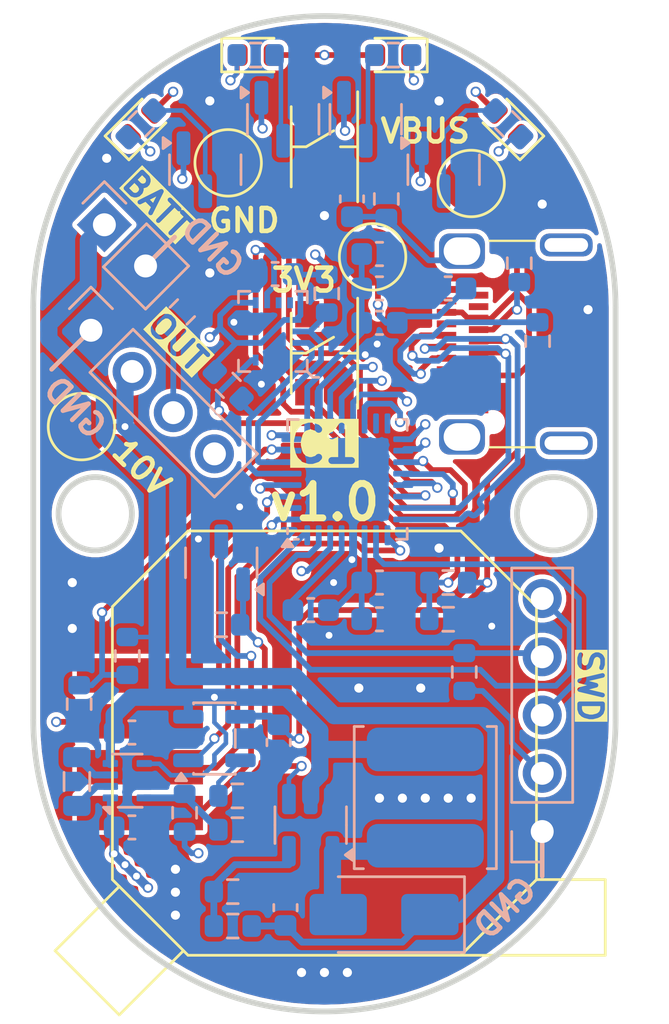
<source format=kicad_pcb>
(kicad_pcb (version 20241229) (generator "pcbnew") (generator_version "9.0")
  (layers (0 "F.Cu" signal) (4 "In1.Cu" signal) (6 "In2.Cu" signal) (2 "B.Cu" signal) (13 "F.Paste" user) (15 "B.Paste" user) (5 "F.SilkS" user "F.Silkscreen") (7 "B.SilkS" user "B.Silkscreen") (1 "F.Mask" user) (3 "B.Mask" user) (25 "Edge.Cuts" user))
  (net 0 "")
  (net 1 "Net-(J1-SHIELD)")
  (net 2 "~{RESET}")
  (net 3 "Net-(U3-VDDCORE)")
  (net 4 "LED1")
  (net 5 "Net-(D1-A)")
  (net 6 "BTN1")
  (net 7 "+3.3V")
  (net 8 "GND")
  (net 9 "+BATT")
  (net 10 "+3.3VA")
  (net 11 "BTN2")
  (net 12 "Net-(D2-K)")
  (net 13 "LED2")
  (net 14 "Net-(D3-K)")
  (net 15 "+10V")
  (net 16 "Net-(D4-K)")
  (net 17 "Net-(D5-K)")
  (net 18 "VBUS")
  (net 19 "Net-(Q2-D)")
  (net 20 "Net-(Q3-D)")
  (net 21 "LED3")
  (net 22 "Net-(Q4-D)")
  (net 23 "LED4")
  (net 24 "Net-(Q5-D)")
  (net 25 "USB_D+")
  (net 26 "USB_D-")
  (net 27 "Rx")
  (net 28 "Tx")
  (net 29 "SWCLK")
  (net 30 "SWDIO")
  (net 31 "Net-(J1-CC2)")
  (net 34 "Net-(J1-CC1)")
  (net 35 "Net-(U3-VSW)")
  (net 36 "Net-(U2-LX2)")
  (net 37 "Net-(U2-LX1)")
  (net 38 "PWREN")
  (net 39 "VBUS_S")
  (net 40 "Net-(U2-FB)")
  (net 41 "Net-(U3-PA06)")
  (net 42 "Net-(U4-FB)")
  (net 43 "SDA")
  (net 44 "SCL")
  (net 45 "AY")
  (net 46 "AX")
  (net 47 "CE")
  (net 48 "IO2")
  (net 51 "IO1")
  (net 55 "Net-(Q1-D)")
  (net 56 "Net-(U1-PROG)")
  (footprint "TestPoint:TestPoint_Pad_D2.5mm" (layer "F.Cu") (at 56.4 35.6)
    (property "Reference" "TP3" (hide yes))
    (property "Value" "TestPoint")
  )
  (footprint "Diode_SMD:D_0603_1608Metric" (layer "F.Cu") (at 53 30 180)
    (property "Reference" "D4" (hide yes))
    (property "Value" "LED")
  )
  (footprint "Diode_SMD:D_0603_1608Metric" (layer "F.Cu") (at 47 30)
    (property "Reference" "D3" (hide yes))
    (property "Value" "LED")
  )
  (footprint "Custom:Switch" (layer "F.Cu") (at 50 34 90)
    (property "Reference" "SW1" (hide yes))
    (property "Value" "SW_Push")
  )
  (footprint "Custom:Switch" (layer "F.Cu") (at 50 43 90)
    (property "Reference" "SW2" (hide yes))
    (property "Value" "SW_Push")
  )
  (footprint "TestPoint:TestPoint_Pad_D2.5mm" (layer "F.Cu") (at 45.8 34.7)
    (property "Reference" "TP4" (hide yes))
    (property "Value" "TestPoint")
  )
  (footprint "Custom:USB4080" (layer "F.Cu") (at 62.2 42.6 90)
    (property "Reference" "J1" (hide yes))
    (property "Value" "USB_C_Receptacle_USB2.0")
  )
  (footprint "Custom:COM-09426_NoHoles" (layer "F.Cu") (at 50 60 -90)
    (property "Reference" "U6" (hide yes))
    (property "Value" "COM-09426")
  )
  (footprint "TestPoint:TestPoint_Pad_D2.5mm" (layer "F.Cu") (at 52.1 38.8)
    (property "Reference" "TP2" (hide yes))
    (property "Value" "TestPoint")
  )
  (footprint "Diode_SMD:D_0603_1608Metric" (layer "F.Cu") (at 58 33 135)
    (property "Reference" "D5" (hide yes))
    (property "Value" "LED")
  )
  (footprint "Diode_SMD:D_0603_1608Metric" (layer "F.Cu") (at 42 33 45)
    (property "Reference" "D2" (hide yes))
    (property "Value" "LED")
  )
  (footprint "TestPoint:TestPoint_Pad_D2.5mm" (layer "F.Cu") (at 39.4 46.2)
    (property "Reference" "TP1" (hide yes))
    (property "Value" "TestPoint")
  )
  (footprint "Resistor_SMD:R_0603_1608Metric" (layer "B.Cu") (at 46 66.475)
    (property "Reference" "R11" (hide yes))
    (property "Value" "130kΩ")
  )
  (footprint "Resistor_SMD:R_0603_1608Metric" (layer "B.Cu") (at 56.1 56.9 90)
    (property "Reference" "R1" (hide yes))
    (property "Value" "1kΩ")
  )
  (footprint "Resistor_SMD:R_0603_1608Metric" (layer "B.Cu") (at 58.5 39.075 -90)
    (property "Reference" "R15" (hide yes))
    (property "Value" "5.1kΩ")
  )
  (footprint "Package_TO_SOT_SMD:SOT-23" (layer "B.Cu") (at 55.2 35 -90)
    (property "Reference" "Q5" (hide yes))
    (property "Value" "DMN3042L")
  )
  (footprint "Package_TO_SOT_SMD:SOT-23-6" (layer "B.Cu") (at 49.4 63.575 90)
    (property "Reference" "U4" (hide yes))
    (property "Value" "TLV61048")
  )
  (footprint "Capacitor_SMD:C_0603_1608Metric" (layer "B.Cu") (at 52.4 40.175)
    (property "Reference" "C5" (hide yes))
    (property "Value" "100nF")
  )
  (footprint "Diode_SMD:D_SMA" (layer "B.Cu") (at 52.6 67.475 180)
    (property "Reference" "D1" (hide yes))
    (property "Value" "D_Schottky")
  )
  (footprint "Capacitor_SMD:C_0603_1608Metric" (layer "B.Cu") (at 52.4 54.6 180)
    (property "Reference" "C4" (hide yes))
    (property "Value" "100nF")
  )
  (footprint "Connector_PinHeader_2.54mm:PinHeader_1x04_P2.54mm_Vertical" (layer "B.Cu") (at 39.812994 42 -135)
    (property "Reference" "J3" (hide yes))
    (property "Value" "JCTRL")
  )
  (footprint "Package_TO_SOT_SMD:SOT-23" (layer "B.Cu") (at 44.8 35 -90)
    (property "Reference" "Q2" (hide yes))
    (property "Value" "DMN3042L")
  )
  (footprint "Resistor_SMD:R_0603_1608Metric" (layer "B.Cu") (at 59.3 42.475 90)
    (property "Reference" "R16" (hide yes))
    (property "Value" "5.1kΩ")
  )
  (footprint "Capacitor_SMD:C_0603_1608Metric" (layer "B.Cu") (at 55.4 40.175 180)
    (property "Reference" "C6" (hide yes))
    (property "Value" "100nF")
  )
  (footprint "Capacitor_SMD:C_0603_1608Metric" (layer "B.Cu") (at 52.4 53 180)
    (property "Reference" "C3" (hide yes))
    (property "Value" "1uF")
  )
  (footprint "Resistor_SMD:R_0603_1608Metric" (layer "B.Cu") (at 46.2 62.3)
    (property "Reference" "R5" (hide yes))
    (property "Value" "2.2kΩ")
  )
  (footprint "Resistor_SMD:R_0603_1608Metric" (layer "B.Cu") (at 52.7 36.275 90)
    (property "Reference" "R14" (hide yes))
    (property "Value" "1MΩ")
  )
  (footprint "Resistor_SMD:R_0603_1608Metric" (layer "B.Cu") (at 39.3 58.3 -90)
    (property "Reference" "R9" (hide yes))
    (property "Value" "3.3MΩ")
  )
  (footprint "Capacitor_SMD:C_0603_1608Metric" (layer "B.Cu") (at 52.4 41.675 180)
    (property "Reference" "L3" (hide yes))
    (property "Value" "10uH")
  )
  (footprint "Package_TO_SOT_SMD:SOT-23" (layer "B.Cu") (at 51.8 32.8 -90)
    (property "Reference" "Q4" (hide yes))
    (property "Value" "DMN3042L")
  )
  (footprint "Resistor_SMD:R_0603_1608Metric" (layer "B.Cu") (at 50.1 40.4 -90)
    (property "Reference" "R3" (hide yes))
    (property "Value" "1kΩ")
  )
  (footprint "Capacitor_SMD:C_0603_1608Metric" (layer "B.Cu") (at 48.3 67.175 90)
    (property "Reference" "C9" (hide yes))
    (property "Value" "10uF")
  )
  (footprint "Custom:LSM6DSO" (layer "B.Cu") (at 47.75 42.05 90)
    (property "Reference" "U5" (hide yes))
    (property "Value" "LSM6DSO")
  )
  (footprint "Resistor_SMD:R_0603_1608Metric" (layer "B.Cu") (at 43.8 41.2 -135)
    (property "Reference" "R4" (hide yes))
    (property "Value" "10kΩ")
  )
  (footprint "Resistor_SMD:R_0603_1608Metric" (layer "B.Cu") (at 45.8 44.4 -45)
    (property "Reference" "R2" (hide yes))
    (property "Value" "1kΩ")
  )
  (footprint "Capacitor_SMD:C_0603_1608Metric" (layer "B.Cu") (at 41.6 59.5375)
    (property "Reference" "C2" (hide yes))
    (property "Value" "22uF")
  )
  (footprint "Capacitor_SMD:C_0603_1608Metric" (layer "B.Cu") (at 41.6 63.675)
    (property "Reference" "C7" (hide yes))
    (property "Value" "47uF")
  )
  (footprint "Package_TO_SOT_SMD:SOT-583-8" (layer "B.Cu") (at 41.4 61.6375)
    (property "Reference" "U2" (hide yes))
    (property "Value" "TPS631000")
  )
  (footprint "Resistor_SMD:R_0603_1608Metric" (layer "B.Cu") (at 58 33 135)
    (property "Reference" "R20" (hide yes))
    (property "Value" "47Ω")
  )
  (footprint "Package_TO_SOT_SMD:SOT-23" (layer "B.Cu") (at 45.5 52.137501 90)
    (property "Reference" "Q1" (hide yes))
    (property "Value" "DMN3042L")
  )
  (footprint "Resistor_SMD:R_0603_1608Metric" (layer "B.Cu") (at 47 30)
    (property "Reference" "R18" (hide yes))
    (property "Value" "47Ω")
  )
  (footprint "Capacitor_SMD:C_0603_1608Metric" (layer "B.Cu") (at 47.85 39.55)
    (property "Reference" "C10" (hide yes))
    (property "Value" "100nF")
  )
  (footprint "Capacitor_SMD:C_0603_1608Metric" (layer "B.Cu") (at 51.2 36.275 90)
    (property "Reference" "C11" (hide yes))
    (property "Value" "4.7nF")
  )
  (footprint "Capacitor_SMD:C_0603_1608Metric" (layer "B.Cu") (at 52.4 38.675)
    (property "Reference" "C8" (hide yes))
    (property "Value" "10uF")
  )
  (footprint "Resistor_SMD:R_0603_1608Metric" (layer "B.Cu") (at 55.4 54.6)
    (property "Reference" "R13" (hide yes))
    (property "Value" "1MΩ")
  )
  (footprint "Resistor_SMD:R_0603_1608Metric" (layer "B.Cu") (at 46 67.975 180)
    (property "Reference" "R10" (hide yes))
    (property "Value" "1.5MΩ")
  )
  (footprint "Resistor_SMD:R_0603_1608Metric" (layer "B.Cu") (at 55.4 53 180)
    (property "Reference" "R12" (hide yes))
    (property "Value" "1MΩ")
  )
  (footprint "Resistor_SMD:R_0603_1608Metric" (layer "B.Cu") (at 45.5 54.837501 180)
    (property "Reference" "R21" (hide yes))
    (property "Value" "10kΩ")
  )
  (footprint "Connector_PinHeader_2.54mm:PinHeader_1x02_P2.54mm_Vertical" (layer "B.Cu") (at 40.4 37.4 -135)
    (property "Reference" "BT1" (hide yes))
    (property "Value" "3.6V Li-ion cell")
  )
  (footprint "Capacitor_SMD:C_0603_1608Metric" (layer "B.Cu") (at 49.4 54.2 180)
    (property "Reference" "L1" (hide yes))
    (property "Value" "10uH")
  )
  (footprint "Resistor_SMD:R_0603_1608Metric" (layer "B.Cu") (at 43.9 63.037499 90)
    (property "Reference" "R6" (hide yes))
    (property "Value" "560kΩ")
  )
  (footprint "Package_DFN_QFN:QFN-32-1EP_5x5mm_P0.5mm_EP3.45x3.45mm" (layer "B.Cu") (at 51 48.5)
    (property "Reference" "U3" (hide yes))
    (property "Value" "ATSAML21E16B-MUT")
  )
  (footprint "Package_TO_SOT_SMD:SOT-23" (layer "B.Cu") (at 48.2 32.8 -90)
    (property "Reference" "Q3" (hide yes))
    (property "Value" "DMN3042L")
  )
  (footprint "Resistor_SMD:R_0603_1608Metric" (layer "B.Cu") (at 42 33 45)
    (property "Reference" "R17" (hide yes))
    (property "Value" "47Ω")
  )
  (footprint "Resistor_SMD:R_0603_1608Metric" (layer "B.Cu") (at 53 30 180)
    (property "Reference" "R19" (hide yes))
    (property "Value" "47Ω")
  )
  (footprint "Inductor_SMD:L_0805_2012Metric" (layer "B.Cu") (at 39.2 61.675 -90)
    (property "Reference" "L2" (hide yes))
    (property "Value" "1uH 1A")
  )
  (footprint "Connector_PinHeader_2.54mm:PinHeader_1x05_P2.54mm_Vertical" (layer "B.Cu") (at 59.5 63.854999)
    (property "Reference" "J2" (hide yes))
    (property "Value" "JSWD")
  )
  (footprint "Capacitor_SMD:C_0603_1608Metric" (layer "B.Cu") (at 48 59.975 -90)
    (property "Reference" "C1" (hide yes))
    (property "Value" "10uF")
  )
  (footprint "Package_TO_SOT_SMD:SOT-23-5" (layer "B.Cu") (at 45.2 59.8)
    (property "Reference" "U1" (hide yes))
    (property "Value" "MCP73812T-420I-OT")
  )
  (footprint "Resistor_SMD:R_0603_1608Metric" (layer "B.Cu") (at 46.2 63.775)
    (property "Reference" "R7" (hide yes))
    (property "Value" "100kΩ")
  )
  (footprint "Resistor_SMD:R_0603_1608Metric" (layer "B.Cu") (at 41.4 56.2 -90)
    (property "Reference" "R8" (hide yes))
    (property "Value" "1MΩ")
  )
  (footprint "Inductor_SMD:L_TDK_VLS6045EX_VLS6045AF" (layer "B.Cu") (at 54.4 62.375 -90)
    (property "Reference" "L4" (hide yes))
    (property "Value" "2.2uH 5A")
  )
  (gr_line (start 42.2 39.2) (end 43.465092 37.934908) (stroke (width 0.2)) (layer "B.SilkS"))
  (gr_line (start 59.5 63.9) (end 59.5 65.8) (stroke (width 0.2)) (layer "B.SilkS"))
  (gr_line (start 39.8 42) (end 38.096849 43.703151) (stroke (width 0.2)) (layer "B.SilkS"))
  (gr_arc (start 62.7 59.000001) (mid 50 71.700001) (end 37.3 59.000001) (stroke (width 0.25)) (layer "Edge.Cuts"))
  (gr_arc (start 37.299998 41) (mid 49.999999 28.299999) (end 62.7 41) (stroke (width 0.25)) (layer "Edge.Cuts"))
  (gr_circle (center 40 50.000001) (end 41.6 50.000001) (stroke (width 0.25)) (fill no) (layer "Edge.Cuts"))
  (gr_line (start 62.7 41.000001) (end 62.7 59.000001) (stroke (width 0.25)) (layer "Edge.Cuts"))
  (gr_circle (center 60 50.000001) (end 61.6 50.000001) (stroke (width 0.25)) (fill no) (layer "Edge.Cuts"))
  (gr_line (start 37.3 59.000001) (end 37.3 41) (stroke (width 0.25)) (layer "Edge.Cuts"))
  (gr_text "3V3" (at 49.1 40.4 0) (layer "F.SilkS") (effects (font (size 1 1) (thickness 0.2) (bold yes)) (justify bottom)))
  (gr_text "BATT" (at 43.1 36.1 315) (layer "F.SilkS" knockout) (effects (font (size 1 1) (thickness 0.2) (bold yes)) (justify top)))
  (gr_text "C1" (at 50 47 0) (layer "F.SilkS" knockout) (effects (font (size 1.5 1.5) (thickness 0.3) (bold yes))))
  (gr_text "v1.0" (at 50 49.5 0) (layer "F.SilkS") (effects (font (size 1.5 1.5) (thickness 0.3) (bold yes))))
  (gr_text "10V" (at 41.6 48.4 315) (layer "F.SilkS") (effects (font (size 1 1) (thickness 0.2) (bold yes)) (justify bottom)))
  (gr_text "OUT" (at 44 42.1 315) (layer "F.SilkS" knockout) (effects (font (size 1 1) (thickness 0.2) (bold yes)) (justify top)))
  (gr_text "SWD" (at 61 57.5 270) (layer "F.SilkS" knockout) (effects (font (size 1 1) (thickness 0.2) (bold yes)) (justify bottom)))
  (gr_text "GND" (at 46.5 37.8 0) (layer "F.SilkS") (effects (font (size 1 1) (thickness 0.2) (bold yes)) (justify bottom)))
  (gr_text "VBUS" (at 54.4 33.9 0) (layer "F.SilkS") (effects (font (size 1 1) (thickness 0.2) (bold yes)) (justify bottom)))
  (gr_text "GND" (at 58.3 67.6 45) (layer "B.SilkS") (effects (font (size 1 1) (thickness 0.2)) (justify bottom mirror)))
  (gr_text "GND" (at 44.7 38.8 315) (layer "B.SilkS") (effects (font (size 1 1) (thickness 0.2)) (justify bottom mirror)))
  (gr_text "GND" (at 38.7 45.8 315) (layer "B.SilkS") (effects (font (size 1 1) (thickness 0.2)) (justify bottom mirror)))
  (segment (start 52.65 37.05) (end 52.7 37.1) (width 0.25) (layer "B.Cu") (net 1))
  (segment (start 54.55 38.95) (end 52.7 37.1) (width 0.25) (layer "B.Cu") (net 1))
  (segment (start 51.2 37.05) (end 52.65 37.05) (width 0.25) (layer "B.Cu") (net 1))
  (segment (start 55.999999 38.95) (end 54.55 38.95) (width 0.25) (layer "B.Cu") (net 1))
  (segment (start 61.1 53.7) (end 61.1 57.175) (width 0.25) (layer "B.Cu") (net 2))
  (segment (start 61.1 57.175) (end 59.5 58.775) (width 0.25) (layer "B.Cu") (net 2))
  (segment (start 59.6 52.2) (end 61.1 53.7) (width 0.25) (layer "B.Cu") (net 2))
  (segment (start 52.6 52.2) (end 59.6 52.2) (width 0.25) (layer "B.Cu") (net 2))
  (segment (start 52.25 50.9375) (end 52.25 51.85) (width 0.25) (layer "B.Cu") (net 2))
  (segment (start 52.25 51.85) (end 52.6 52.2) (width 0.25) (layer "B.Cu") (net 2))
  (segment (start 51.75 50.9375) (end 51.75 52.875) (width 0.25) (layer "B.Cu") (net 3))
  (segment (start 50.175 54.2) (end 50.425 54.2) (width 0.25) (layer "B.Cu") (net 3))
  (segment (start 51.625 53) (end 51.625 54.6) (width 0.25) (layer "B.Cu") (net 3))
  (segment (start 50.425 54.2) (end 51.625 53) (width 0.25) (layer "B.Cu") (net 3))
  (segment (start 51.75 52.875) (end 51.625 53) (width 0.25) (layer "B.Cu") (net 3))
  (via (at 52.1 43.6) (size 0.45) (drill 0.3) (layers "F.Cu" "B.Cu") (net 4))
  (via (at 43.8 35.4) (size 0.45) (drill 0.3) (layers "F.Cu" "B.Cu") (net 4))
  (segment (start 51.3 43.6) (end 50.25 44.65) (width 0.25) (layer "B.Cu") (net 4))
  (segment (start 43.85 35.35) (end 43.8 35.4) (width 0.25) (layer "B.Cu") (net 4))
  (segment (start 43.85 34.0625) (end 43.85 35.35) (width 0.25) (layer "B.Cu") (net 4))
  (segment (start 52.1 43.6) (end 51.3 43.6) (width 0.25) (layer "B.Cu") (net 4))
  (segment (start 50.25 44.65) (end 50.25 46.0625) (width 0.25) (layer "B.Cu") (net 4))
  (segment (start 54.1625 64.7125) (end 54.4 64.475) (width 0.75) (layer "B.Cu") (net 5))
  (segment (start 50.349999 67.224999) (end 50.6 67.475) (width 0.75) (layer "B.Cu") (net 5))
  (segment (start 50.349999 64.7125) (end 50.349999 67.224999) (width 0.75) (layer "B.Cu") (net 5))
  (segment (start 50.349999 64.7125) (end 54.1625 64.7125) (width 0.75) (layer "B.Cu") (net 5))
  (segment (start 48.448999 42.348999) (end 48.448999 36.501) (width 0.25) (layer "F.Cu") (net 6))
  (segment (start 54.66375 48.6) (end 53.7 48.6) (width 0.25) (layer "F.Cu") (net 6))
  (segment (start 53.7 48.6) (end 51.551001 46.451001) (width 0.25) (layer "F.Cu") (net 6))
  (segment (start 51.551001 43.751001) (end 50.8 43) (width 0.25) (layer "F.Cu") (net 6))
  (segment (start 48.448999 36.501) (end 49.249999 35.7) (width 0.25) (layer "F.Cu") (net 6))
  (segment (start 54.925676 48.861926) (end 54.66375 48.6) (width 0.25) (layer "F.Cu") (net 6))
  (segment (start 50.8 43) (end 49.1 43) (width 0.25) (layer "F.Cu") (net 6))
  (segment (start 49.1 43) (end 48.448999 42.348999) (width 0.25) (layer "F.Cu") (net 6))
  (segment (start 51.551001 46.451001) (end 51.551001 43.751001) (width 0.25) (layer "F.Cu") (net 6))
  (via (at 54.925676 48.861926) (size 0.45) (drill 0.3) (layers "F.Cu" "B.Cu") (net 6))
  (segment (start 54.73775 48.674) (end 53.5135 48.674) (width 0.25) (layer "B.Cu") (net 6))
  (segment (start 53.5135 48.674) (end 53.4375 48.75) (width 0.25) (layer "B.Cu") (net 6))
  (segment (start 54.925676 48.861926) (end 54.73775 48.674) (width 0.25) (layer "B.Cu") (net 6))
  (segment (start 57.443153 32.443153) (end 56.6 31.6) (width 0.25) (layer "F.Cu") (net 7))
  (segment (start 47.787501 30) (end 50 30) (width 0.25) (layer "F.Cu") (net 7))
  (segment (start 52.333822 39.033822) (end 52.1 38.8) (width 0.25) (layer "F.Cu") (net 7))
  (segment (start 41.7625 59.075) (end 41.760794 59.073294) (width 0.25) (layer "F.Cu") (net 7))
  (segment (start 52.333822 41.3) (end 52.333822 39.033822) (width 0.25) (layer "F.Cu") (net 7))
  (segment (start 42.556847 32.443153) (end 43.4 31.6) (width 0.25) (layer "F.Cu") (net 7))
  (segment (start 41.760794 59.073294) (end 38.3 59.073294) (width 0.25) (layer "F.Cu") (net 7))
  (segment (start 50 30) (end 52.212499 30) (width 0.25) (layer "F.Cu") (net 7))
  (via (at 41.8 65.8) (size 0.45) (drill 0.3) (layers "F.Cu" "B.Cu") (net 7))
  (via (at 49.6 38.7) (size 0.45) (drill 0.3) (layers "F.Cu" "B.Cu") (net 7))
  (via (at 40.825 64.825) (size 0.45) (drill 0.3) (layers "F.Cu" "B.Cu") (net 7))
  (via (at 44.5 64.8) (size 0.45) (drill 0.3) (layers "F.Cu" "B.Cu") (net 7))
  (via (at 42.3 66.3) (size 0.45) (drill 0.3) (layers "F.Cu" "B.Cu") (net 7))
  (via (at 43.4 31.6) (size 0.45) (drill 0.3) (layers "F.Cu" "B.Cu") (net 7))
  (via (at 45 42.3) (size 0.45) (drill 0.3) (layers "F.Cu" "B.Cu") (net 7))
  (via (at 49 52.5) (size 0.45) (drill 0.3) (layers "F.Cu" "B.Cu") (net 7))
  (via (at 38.3 59.073294) (size 0.45) (drill 0.3) (layers "F.Cu" "B.Cu") (net 7))
  (via (at 50 30) (size 0.45) (drill 0.3) (layers "F.Cu" "B.Cu") (net 7))
  (via (at 41.3 65.3) (size 0.45) (drill 0.3) (layers "F.Cu" "B.Cu") (net 7))
  (via (at 52.333822 40.875) (size 0.45) (drill 0.3) (layers "F.Cu" "B.Cu") (net 7))
  (via (at 56.6 31.6) (size 0.45) (drill 0.3) (layers "F.Cu" "B.Cu") (net 7))
  (segment (start 46.1 42.55) (end 46.15 42.55) (width 0.25) (layer "B.Cu") (net 7))
  (segment (start 48.65 39.575) (end 48.625 39.55) (width 0.25) (layer "B.Cu") (net 7))
  (segment (start 41.8 65.8) (end 42.3 66.3) (width 0.4) (layer "B.Cu") (net 7))
  (segment (start 46.75 42.55) (end 47.2375 42.55) (width 0.25) (layer "B.Cu") (net 7))
  (segment (start 48.951001 41.348999) (end 48.75 41.55) (width 0.25) (layer "B.Cu") (net 7))
  (segment (start 44.5 64.8) (end 44.2 64.8) (width 0.25) (layer "B.Cu") (net 7))
  (segment (start 50.1 39.575) (end 48.65 39.575) (width 0.25) (layer "B.Cu") (net 7))
  (segment (start 43.9 64.5) (end 43.9 63.862499) (width 0.25) (layer "B.Cu") (net 7))
  (segment (start 50.25 51.495966) (end 49.245966 52.5) (width 0.25) (layer "B.Cu") (net 7))
  (segment (start 40.825 63.675) (end 40.825 64.825) (width 0.4) (layer "B.Cu") (net 7))
  (segment (start 40.66 62.3875) (end 40.66 63.51) (width 0.3) (layer "B.Cu") (net 7))
  (segment (start 46.999999 40.8) (end 46 40.8) (width 0.25) (layer "B.Cu") (net 7))
  (segment (start 53.175 41.675) (end 53.452 41.398) (width 0.25) (layer "B.Cu") (net 7))
  (segment (start 45.05 42.3) (end 45 42.3) (width 0.25) (layer "B.Cu") (net 7))
  (segment (start 46.15 42.55) (end 46.75 42.55) (width 0.25) (layer "B.Cu") (net 7))
  (segment (start 48.625 39.55) (end 48.951001 39.876001) (width 0.25) (layer "B.Cu") (net 7))
  (segment (start 45.45 41.9) (end 45.05 42.3) (width 0.25) (layer "B.Cu") (net 7))
  (segment (start 50.1 39.2) (end 49.6 38.7) (width 0.25) (layer "B.Cu") (net 7))
  (segment (start 56.5 57.625) (end 56.6 57.725) (width 0.25) (layer "B.Cu") (net 7))
  (segment (start 52.7 41.675) (end 53.175 41.675) (width 0.25) (layer "B.Cu") (net 7))
  (segment (start 50.25 50.9375) (end 50.25 51.495966) (width 0.25) (layer "B.Cu") (net 7))
  (segment (start 47.2375 42.55) (end 48.2375 41.55) (width 0.25) (layer "B.Cu") (net 7))
  (segment (start 50.1 39.575) (end 50.1 39.2) (width 0.25) (layer "B.Cu") (net 7))
  (segment (start 41.3 65.3) (end 41.8 65.8) (width 0.4) (layer "B.Cu") (net 7))
  (segment (start 40.66 63.51) (end 40.825 63.675) (width 0.3) (layer "B.Cu") (net 7))
  (segment (start 40.825 64.825) (end 41.3 65.3) (width 0.4) (layer "B.Cu") (net 7))
  (segment (start 56.9 57.725) (end 58.177 59.002) (width 0.25) (layer "B.Cu") (net 7))
  (segment (start 49.245966 52.5) (end 49 52.5) (width 0.25) (layer "B.Cu") (net 7))
  (segment (start 52.333822 40.875) (end 52.4 40.941178) (width 0.25) (layer "B.Cu") (net 7))
  (segment (start 58.177 59.991999) (end 59.5 61.314999) (width 0.25) (layer "B.Cu") (net 7))
  (segment (start 45.45 41.9) (end 46.1 42.55) (width 0.25) (layer "B.Cu") (net 7))
  (segment (start 58.177 59.002) (end 58.177 59.991999) (width 0.25) (layer "B.Cu") (net 7))
  (segment (start 44.2 64.8) (end 43.9 64.5) (width 0.25) (layer "B.Cu") (net 7))
  (segment (start 45.45 41.35) (end 45.45 41.9) (width 0.25) (layer "B.Cu") (net 7))
  (segment (start 45.066637 43.633363) (end 46.15 42.55) (width 0.25) (layer "B.Cu") (net 7))
  (segment (start 48.2375 41.55) (end 48.75 41.55) (width 0.25) (layer "B.Cu") (net 7))
  (segment (start 46 40.8) (end 45.45 41.35) (width 0.25) (layer "B.Cu") (net 7))
  (segment (start 54.952 41.398) (end 56.175 40.175) (width 0.25) (layer "B.Cu") (net 7))
  (segment (start 53.452 41.398) (end 54.952 41.398) (width 0.25) (layer "B.Cu") (net 7))
  (segment (start 56.6 57.725) (end 56.9 57.725) (width 0.25) (layer "B.Cu") (net 7))
  (segment (start 52.4 41.375) (end 52.7 41.675) (width 0.25) (layer "B.Cu") (net 7))
  (segment (start 52.4 40.941178) (end 52.4 41.375) (width 0.25) (layer "B.Cu") (net 7))
  (segment (start 56.1 57.725) (end 56.2 57.625) (width 0.25) (layer "B.Cu") (net 7))
  (segment (start 56.2 57.625) (end 56.5 57.625) (width 0.25) (layer "B.Cu") (net 7))
  (segment (start 48.951001 39.876001) (end 48.951001 41.348999) (width 0.25) (layer "B.Cu") (net 7))
  (via (at 43.5 67.5) (size 0.8) (drill 0.4) (layers "F.Cu" "B.Cu") (net 8))
  (via (at 50 37) (size 0.8) (drill 0.4) (layers "F.Cu" "B.Cu") (net 8))
  (via (at 61.5 41.1) (size 0.8) (drill 0.4) (layers "F.Cu" "B.Cu") (net 8))
  (via (at 47.25 44.35) (size 0.45) (drill 0.3) (layers "F.Cu" "B.Cu") (net 8))
  (via (at 51 70) (size 0.8) (drill 0.4) (layers "F.Cu" "B.Cu") (net 8))
  (via (at 52.4 62.4) (size 0.8) (drill 0.4) (layers "F.Cu" "B.Cu") (net 8))
  (via (at 51.5 57.6) (size 0.8) (drill 0.4) (layers "F.Cu" "B.Cu") (net 8))
  (via (at 46.3 49.7) (size 0.45) (drill 0.3) (layers "F.Cu" "B.Cu") (net 8))
  (via (at 44.5 51.1) (size 0.45) (drill 0.3) (layers "F.Cu" "B.Cu") (net 8))
  (via (at 40.5 34.5) (size 0.8) (drill 0.4) (layers "F.Cu" "B.Cu") (net 8))
  (via (at 45 32) (size 0.8) (drill 0.4) (layers "F.Cu" "B.Cu") (net 8))
  (via (at 57.3 54.9) (size 0.45) (drill 0.3) (layers "F.Cu" "B.Cu") (net 8))
  (via (at 51.2 52) (size 0.45) (drill 0.3) (layers "F.Cu" "B.Cu") (net 8))
  (via (at 43.5 65.5) (size 0.8) (drill 0.4) (layers "F.Cu" "B.Cu") (net 8))
  (via (at 45 39.5) (size 0.8) (drill 0.4) (layers "F.Cu" "B.Cu") (net 8))
  (via (at 51.778439 43.064065) (size 0.45) (drill 0.3) (layers "F.Cu" "B.Cu") (net 8))
  (via (at 56.4 62.4) (size 0.8) (drill 0.4) (layers "F.Cu" "B.Cu") (net 8))
  (via (at 54.4 62.4) (size 0.8) (drill 0.4) (layers "F.Cu" "B.Cu") (net 8))
  (via (at 50.4 53) (size 0.45) (drill 0.3) (layers "F.Cu" "B.Cu") (net 8))
  (via (at 39 55) (size 0.8) (drill 0.4) (layers "F.Cu" "B.Cu") (net 8))
  (via (at 52.3 42.6) (size 0.45) (drill 0.3) (layers "F.Cu" "B.Cu") (net 8))
  (via (at 50 70) (size 0.8) (drill 0.4) (layers "F.Cu" "B.Cu") (net 8))
  (via (at 55 51.5) (size 0.8) (drill 0.4) (layers "F.Cu" "B.Cu") (net 8))
  (via (at 46.05 41.65) (size 0.45) (drill 0.3) (layers "F.Cu" "B.Cu") (net 8))
  (via (at 59.5 36.5) (size 0.8) (drill 0.4) (layers "F.Cu" "B.Cu") (net 8))
  (via (at 54.2 57.6) (size 0.8) (drill 0.4) (layers "F.Cu" "B.Cu") (net 8))
  (via (at 43.5 66.5) (size 0.8) (drill 0.4) (layers "F.Cu" "B.Cu") (net 8))
  (via (at 55.4 62.4) (size 0.8) (drill 0.4) (layers "F.Cu" "B.Cu") (net 8))
  (via (at 49 70) (size 0.8) (drill 0.4) (layers "F.Cu" "B.Cu") (net 8))
  (via (at 55 32) (size 0.8) (drill 0.4) (layers "F.Cu" "B.Cu") (net 8))
  (via (at 50.2 55.3) (size 0.45) (drill 0.3) (layers "F.Cu" "B.Cu") (net 8))
  (via (at 53.4 62.4) (size 0.8) (drill 0.4) (layers "F.Cu" "B.Cu") (net 8))
  (via (at 39 53) (size 0.8) (drill 0.4) (layers "F.Cu" "B.Cu") (net 8))
  (segment (start 53.175 38.675) (end 53.175 40.175) (width 0.25) (layer "B.Cu") (net 8))
  (segment (start 53.175 40.175) (end 54.625 40.175) (width 0.25) (layer "B.Cu") (net 8))
  (segment (start 49.75 44.5513) (end 49.75 46.0625) (width 0.25) (layer "B.Cu") (net 8))
  (segment (start 51.778439 43.064065) (end 51.835935 43.064065) (width 0.2) (layer "B.Cu") (net 8))
  (segment (start 51.237235 43.064065) (end 49.75 44.5513) (width 0.25) (layer "B.Cu") (net 8))
  (segment (start 51.778439 43.064065) (end 51.237235 43.064065) (width 0.25) (layer "B.Cu") (net 8))
  (segment (start 51.835935 43.064065) (end 52.3 42.6) (width 0.2) (layer "B.Cu") (net 8))
  (via (at 45.2 58) (size 0.45) (drill 0.3) (layers "F.Cu" "B.Cu") (net 9))
  (segment (start 39.7 38.1) (end 39.7 40) (width 0.75) (layer "B.Cu") (net 9))
  (segment (start 41.4 55.375) (end 42.675 55.375) (width 0.2) (layer "B.Cu") (net 9))
  (segment (start 49.8 61.364833) (end 49.4 61.764833) (width 0.75) (layer "B.Cu") (net 9))
  (segment (start 37.976 41.976) (end 37.977952 41.977952) (width 0.75) (layer "B.Cu") (net 9))
  (segment (start 42.7 55.4) (end 42.7 58) (width 0.75) (layer "B.Cu") (net 9))
  (segment (start 41.6 58) (end 42.4 58) (width 0.75) (layer "B.Cu") (net 9))
  (segment (start 44.7 61.4) (end 45.2 60.9) (width 0.2) (layer "B.Cu") (net 9))
  (segment (start 39.7 40) (end 37.976 41.724) (width 0.75) (layer "B.Cu") (net 9))
  (segment (start 40.4 46.6) (end 42.7 48.9) (width 0.75) (layer "B.Cu") (net 9))
  (segment (start 45.2 60.9) (end 45.2 60.508521) (width 0.2) (layer "B.Cu") (net 9))
  (segment (start 45.2 60.508521) (end 45.701 60.007521) (width 0.2) (layer "B.Cu") (net 9))
  (segment (start 45.701 59.592479) (end 45.50426 59.395739) (width 0.2) (layer "B.Cu") (net 9))
  (segment (start 49.4 61.764833) (end 49.4 62.4375) (width 0.75) (layer "B.Cu") (net 9))
  (segment (start 42.8 60.9) (end 43.3 61.4) (width 0.2) (layer "B.Cu") (net 9))
  (segment (start 40.825 58.775) (end 41.6 58) (width 0.75) (layer "B.Cu") (net 9))
  (segment (start 54.4 60.275) (end 49.925 60.275) (width 0.75) (layer "B.Cu") (net 9))
  (segment (start 40.4 37.4) (end 39.7 38.1) (width 0.75) (layer "B.Cu") (net 9))
  (segment (start 45.701 60.007521) (end 45.701 59.592479) (width 0.2) (layer "B.Cu") (net 9))
  (segment (start 49.8 60.4) (end 49.8 61.364833) (width 0.75) (layer "B.Cu") (net 9))
  (segment (start 42.14 60.8875) (end 42.1525 60.9) (width 0.2) (layer "B.Cu") (net 9))
  (segment (start 40.825 59.5375) (end 40.825 58.775) (width 0.75) (layer "B.Cu") (net 9))
  (segment (start 44.0625 58) (end 44.0625 58.825001) (width 0.4) (layer "B.Cu") (net 9))
  (segment (start 42.1525 60.9) (end 42.8 60.9) (width 0.2) (layer "B.Cu") (net 9))
  (segment (start 42.4 58) (end 44.0625 58) (width 0.75) (layer "B.Cu") (net 9))
  (segment (start 37.977952 42.377952) (end 40.4 44.8) (width 0.75) (layer "B.Cu") (net 9))
  (segment (start 49.925 60.275) (end 49.8 60.4) (width 0.75) (layer "B.Cu") (net 9))
  (segment (start 43.3 61.4) (end 44.7 61.4) (width 0.2) (layer "B.Cu") (net 9))
  (segment (start 44.0625 58) (end 45.2 58) (width 0.75) (layer "B.Cu") (net 9))
  (segment (start 45.2 59.1) (end 45.5 59.4) (width 0.2) (layer "B.Cu") (net 9))
  (segment (start 40.825 59.5375) (end 40.66 59.7025) (width 0.4) (layer "B.Cu") (net 9))
  (segment (start 40.66 59.7025) (end 40.66 60.8875) (width 0.4) (layer "B.Cu") (net 9))
  (segment (start 37.976 41.724) (end 37.976 41.976) (width 0.75) (layer "B.Cu") (net 9))
  (segment (start 40.4 44.8) (end 40.4 46.6) (width 0.75) (layer "B.Cu") (net 9))
  (segment (start 42.7 48.9) (end 42.7 55.4) (width 0.75) (layer "B.Cu") (net 9))
  (segment (start 37.977952 41.977952) (end 37.977952 42.377952) (width 0.75) (layer "B.Cu") (net 9))
  (segment (start 49.8 59.456692) (end 49.8 60.4) (width 0.75) (layer "B.Cu") (net 9))
  (segment (start 48.343308 58) (end 49.8 59.456692) (width 0.75) (layer "B.Cu") (net 9))
  (segment (start 45.2 58) (end 48.343308 58) (width 0.75) (layer "B.Cu") (net 9))
  (segment (start 42.675 55.375) (end 42.7 55.4) (width 0.2) (layer "B.Cu") (net 9))
  (segment (start 45.2 58) (end 45.2 59.1) (width 0.2) (layer "B.Cu") (net 9))
  (segment (start 49.25 44.4842) (end 51.625 42.1092) (width 0.25) (layer "B.Cu") (net 10))
  (segment (start 51.625 42.1092) (end 51.625 41.675) (width 0.25) (layer "B.Cu") (net 10))
  (segment (start 51.625 40.175) (end 51.625 41.675) (width 0.25) (layer "B.Cu") (net 10))
  (segment (start 51.625 38.675) (end 51.625 40.175) (width 0.25) (layer "B.Cu") (net 10))
  (segment (start 49.25 46.0625) (end 49.25 44.4842) (width 0.25) (layer "B.Cu") (net 10))
  (segment (start 54.4 49.2) (end 53.598001 49.2) (width 0.25) (layer "F.Cu") (net 11))
  (segment (start 53.598001 49.2) (end 49.249999 44.851998) (width 0.25) (layer "F.Cu") (net 11))
  (segment (start 49.249999 44.851998) (end 49.249999 44.7) (width 0.25) (layer "F.Cu") (net 11))
  (via (at 54.4 49.2) (size 0.45) (drill 0.3) (layers "F.Cu" "B.Cu") (net 11))
  (segment (start 54.35 49.25) (end 53.4375 49.25) (width 0.25) (layer "B.Cu") (net 11))
  (segment (start 54.4 49.2) (end 54.35 49.25) (width 0.25) (layer "B.Cu") (net 11))
  (segment (start 42.4 34.2) (end 41.756847 33.556847) (width 0.2) (layer "F.Cu") (net 12))
  (segment (start 41.756847 33.556847) (end 41.443153 33.556847) (width 0.2) (layer "F.Cu") (net 12))
  (via (at 42.4 34.2) (size 0.45) (drill 0.3) (layers "F.Cu" "B.Cu") (net 12))
  (segment (start 41.783363 33.583363) (end 42.4 34.2) (width 0.2) (layer "B.Cu") (net 12))
  (segment (start 41.416637 33.583363) (end 41.783363 33.583363) (width 0.2) (layer "B.Cu") (net 12))
  (via (at 52.5 44.2) (size 0.45) (drill 0.3) (layers "F.Cu" "B.Cu") (net 13))
  (via (at 47.3 33.2) (size 0.45) (drill 0.3) (layers "F.Cu" "B.Cu") (net 13))
  (segment (start 47.25 31.8625) (end 47.25 33.15) (width 0.25) (layer "B.Cu") (net 13))
  (segment (start 51.5 44.2) (end 50.75 44.95) (width 0.25) (layer "B.Cu") (net 13))
  (segment (start 52.5 44.2) (end 51.5 44.2) (width 0.25) (layer "B.Cu") (net 13))
  (segment (start 47.25 33.15) (end 47.3 33.2) (width 0.25) (layer "B.Cu") (net 13))
  (segment (start 50.75 44.95) (end 50.75 46.0625) (width 0.25) (layer "B.Cu") (net 13))
  (segment (start 46.2 30.8) (end 46.2 30.012499) (width 0.2) (layer "F.Cu") (net 14))
  (segment (start 45.9 31.1) (end 46.2 30.8) (width 0.2) (layer "F.Cu") (net 14))
  (segment (start 46.2 30.012499) (end 46.212499 30) (width 0.2) (layer "F.Cu") (net 14))
  (via (at 45.9 31.1) (size 0.45) (drill 0.3) (layers "F.Cu" "B.Cu") (net 14))
  (segment (start 46.175 30.825) (end 46.175 30) (width 0.2) (layer "B.Cu") (net 14))
  (segment (start 45.9 31.1) (end 46.175 30.825) (width 0.2) (layer "B.Cu") (net 14))
  (segment (start 41.3 46.2) (end 39.4 46.2) (width 0.25) (layer "F.Cu") (net 15))
  (via (at 41.3 46.2) (size 0.45) (drill 0.3) (layers "F.Cu" "B.Cu") (net 15))
  (segment (start 46.825 67.975) (end 48.275 67.975) (width 0.3) (layer "B.Cu") (net 15))
  (segment (start 51.902462 58.8) (end 51.903462 58.799) (width 0.75) (layer "B.Cu") (net 15))
  (segment (start 41.3 46.2) (end 43.6 48.5) (width 0.75) (layer "B.Cu") (net 15))
  (segment (start 51.903462 58.799) (end 56.896538 58.799) (width 0.75) (layer "B.Cu") (net 15))
  (segment (start 41.609045 44.009045) (end 41.609045 43.796051) (width 0.75) (layer "B.Cu") (net 15))
  (segment (start 41.3 44.31809) (end 41.609045 44.009045) (width 0.75) (layer "B.Cu") (net 15))
  (segment (start 41.3 46.2) (end 41.3 44.31809) (width 0.75) (layer "B.Cu") (net 15))
  (segment (start 49.026 68.676) (end 53.399 68.676) (width 0.3) (layer "B.Cu") (net 15))
  (segment (start 56.896538 58.799) (end 57.476 59.378462) (width 0.75) (layer "B.Cu") (net 15))
  (segment (start 57.476 59.378462) (end 57.476 65.849) (width 0.75) (layer "B.Cu") (net 15))
  (segment (start 57.476 65.849) (end 55.85 67.475) (width 0.75) (layer "B.Cu") (net 15))
  (segment (start 48.275 67.975) (end 48.3 67.95) (width 0.3) (layer "B.Cu") (net 15))
  (segment (start 48.716515 57.099001) (end 50.417514 58.8) (width 0.75) (layer "B.Cu") (net 15))
  (segment (start 43.6 48.5) (end 43.6 57.099001) (width 0.75) (layer "B.Cu") (net 15))
  (segment (start 53.399 68.676) (end 54.6 67.475) (width 0.3) (layer "B.Cu") (net 15))
  (segment (start 43.6 57.099001) (end 48.716515 57.099001) (width 0.75) (layer "B.Cu") (net 15))
  (segment (start 50.417514 58.8) (end 51.902462 58.8) (width 0.75) (layer "B.Cu") (net 15))
  (segment (start 55.85 67.475) (end 54.6 67.475) (width 0.75) (layer "B.Cu") (net 15))
  (segment (start 48.3 67.95) (end 49.026 68.676) (width 0.3) (layer "B.Cu") (net 15))
  (segment (start 53.8 30.012499) (end 53.787501 30) (width 0.2) (layer "F.Cu") (net 16))
  (segment (start 53.8 31) (end 53.8 30.012499) (width 0.2) (layer "F.Cu") (net 16))
  (segment (start 53.9 31.1) (end 53.8 31) (width 0.2) (layer "F.Cu") (net 16))
  (via (at 53.9 31.1) (size 0.45) (drill 0.3) (layers "F.Cu" "B.Cu") (net 16))
  (segment (start 53.9 31.1) (end 53.825 31.025) (width 0.2) (layer "B.Cu") (net 16))
  (segment (start 53.825 31.025) (end 53.825 30) (width 0.2) (layer "B.Cu") (net 16))
  (segment (start 57.6 34.2) (end 58.243153 33.556847) (width 0.2) (layer "F.Cu") (net 17))
  (segment (start 58.243153 33.556847) (end 58.556847 33.556847) (width 0.2) (layer "F.Cu") (net 17))
  (via (at 57.6 34.2) (size 0.45) (drill 0.3) (layers "F.Cu" "B.Cu") (net 17))
  (segment (start 58.216637 33.583363) (end 57.6 34.2) (width 0.2) (layer "B.Cu") (net 17))
  (segment (start 58.583363 33.583363) (end 58.216637 33.583363) (width 0.2) (layer "B.Cu") (net 17))
  (segment (start 56 41.220001) (end 56.249999 41.47) (width 0.25) (layer "F.Cu") (net 18))
  (segment (start 56.755 41.5) (end 57.2579 41.5) (width 0.25) (layer "F.Cu") (net 18))
  (segment (start 58.43 47.27) (end 58.43 43.97) (width 0.25) (layer "F.Cu") (net 18))
  (segment (start 55.325 41.220001) (end 56 41.220001) (width 0.25) (layer "F.Cu") (net 18))
  (segment (start 58.43 43.97) (end 56.725 43.97) (width 0.25) (layer "F.Cu") (net 18))
  (segment (start 57.1 53) (end 57.1 48.6) (width 0.25) (layer "F.Cu") (net 18))
  (segment (start 56.725 41.47) (end 56.755 41.5) (width 0.25) (layer "F.Cu") (net 18))
  (segment (start 58.926 43.474) (end 58.43 43.97) (width 0.25) (layer "F.Cu") (net 18))
  (segment (start 57.2579 41.5) (end 58.4 40.3579) (width 0.25) (layer "F.Cu") (net 18))
  (segment (start 48.9 54.7) (end 48.9 59.8) (width 0.25) (layer "F.Cu") (net 18))
  (segment (start 57.1 53) (end 55.9 54.2) (width 0.25) (layer "F.Cu") (net 18))
  (segment (start 55.324999 43.72) (end 55.999999 43.72) (width 0.25) (layer "F.Cu") (net 18))
  (segment (start 58.4 37.7) (end 58.4 39.7) (width 0.25) (layer "F.Cu") (net 18))
  (segment (start 56.4 35.7) (end 58.4 37.7) (width 0.25) (layer "F.Cu") (net 18))
  (segment (start 58.4 40.3579) (end 58.4 39.7) (width 0.25) (layer "F.Cu") (net 18))
  (segment (start 56.4 35.6) (end 56.4 36.1) (width 0.25) (layer "F.Cu") (net 18))
  (segment (start 49.4 54.2) (end 48.9 54.7) (width 0.25) (layer "F.Cu") (net 18))
  (segment (start 58.4 40.3579) (end 58.926 40.8839) (width 0.25) (layer "F.Cu") (net 18))
  (segment (start 55.999999 43.72) (end 56.249999 43.97) (width 0.25) (layer "F.Cu") (net 18))
  (segment (start 57.1 48.6) (end 58.43 47.27) (width 0.25) (layer "F.Cu") (net 18))
  (segment (start 58.926 40.8839) (end 58.926 43.474) (width 0.25) (layer "F.Cu") (net 18))
  (segment (start 55.9 54.2) (end 49.4 54.2) (width 0.25) (layer "F.Cu") (net 18))
  (segment (start 56.249999 41.47) (end 56.725 41.47) (width 0.25) (layer "F.Cu") (net 18))
  (segment (start 56.249999 43.97) (end 56.725 43.97) (width 0.25) (layer "F.Cu") (net 18))
  (via (at 48.9 59.8) (size 0.45) (drill 0.3) (layers "F.Cu" "B.Cu") (net 18))
  (via (at 57.1 53) (size 0.45) (drill 0.3) (layers "F.Cu" "B.Cu") (net 18))
  (segment (start 46.3375 58.825001) (end 47.4 58.825001) (width 0.3) (layer "B.Cu") (net 18))
  (segment (start 48.9 59.8) (end 48.6 59.8) (width 0.2) (layer "B.Cu") (net 18))
  (segment (start 47.625001 58.825001) (end 48 59.2) (width 0.3) (layer "B.Cu") (net 18))
  (segment (start 47.4 58.825001) (end 47.625001 58.825001) (width 0.3) (layer "B.Cu") (net 18))
  (segment (start 57.1 53) (end 56.225 53) (width 0.25) (layer "B.Cu") (net 18))
  (segment (start 48.6 59.8) (end 48 59.2) (width 0.2) (layer "B.Cu") (net 18))
  (segment (start 44.8 35.937501) (end 44.8 33.4) (width 0.2) (layer "B.Cu") (net 19))
  (segment (start 44.8 33.4) (end 43.816637 32.416637) (width 0.2) (layer "B.Cu") (net 19))
  (segment (start 43.816637 32.416637) (end 42.583363 32.416637) (width 0.2) (layer "B.Cu") (net 19))
  (segment (start 48.1 30.275) (end 47.825 30) (width 0.2) (layer "B.Cu") (net 20))
  (segment (start 48.1 33.637501) (end 48.1 30.275) (width 0.2) (layer "B.Cu") (net 20))
  (segment (start 48.2 33.737501) (end 48.1 33.637501) (width 0.2) (layer "B.Cu") (net 20))
  (via (at 50.9 33.3) (size 0.45) (drill 0.3) (layers "F.Cu" "B.Cu") (net 21))
  (via (at 53.6 45.1) (size 0.45) (drill 0.3) (layers "F.Cu" "B.Cu") (net 21))
  (segment (start 51.600988 44.799012) (end 51.25 45.15) (width 0.25) (layer "B.Cu") (net 21))
  (segment (start 53.299012 44.799012) (end 51.600988 44.799012) (width 0.25) (layer "B.Cu") (net 21))
  (segment (start 50.85 31.8625) (end 50.85 33.25) (width 0.25) (layer "B.Cu") (net 21))
  (segment (start 53.6 45.1) (end 53.299012 44.799012) (width 0.25) (layer "B.Cu") (net 21))
  (segment (start 51.25 45.15) (end 51.25 46.0625) (width 0.25) (layer "B.Cu") (net 21))
  (segment (start 50.85 33.25) (end 50.9 33.3) (width 0.25) (layer "B.Cu") (net 21))
  (segment (start 51.8 33.737501) (end 51.9 33.637501) (width 0.2) (layer "B.Cu") (net 22))
  (segment (start 51.9 33.637501) (end 51.9 30.275) (width 0.2) (layer "B.Cu") (net 22))
  (segment (start 51.9 30.275) (end 52.175 30) (width 0.2) (layer "B.Cu") (net 22))
  (via (at 54.2 35.5) (size 0.45) (drill 0.3) (layers "F.Cu" "B.Cu") (net 23))
  (via (at 53.3 46) (size 0.45) (drill 0.3) (layers "F.Cu" "B.Cu") (net 23))
  (segment (start 53.3 46) (end 53.3 45.6) (width 0.25) (layer "B.Cu") (net 23))
  (segment (start 51.75 45.35) (end 51.75 46.0625) (width 0.25) (layer "B.Cu") (net 23))
  (segment (start 51.899988 45.200012) (end 51.75 45.35) (width 0.25) (layer "B.Cu") (net 23))
  (segment (start 52.900012 45.200012) (end 51.899988 45.200012) (width 0.25) (layer "B.Cu") (net 23))
  (segment (start 54.25 35.45) (end 54.2 35.5) (width 0.25) (layer "B.Cu") (net 23))
  (segment (start 54.25 34.0625) (end 54.25 35.45) (width 0.25) (layer "B.Cu") (net 23))
  (segment (start 53.3 45.6) (end 52.900012 45.200012) (width 0.25) (layer "B.Cu") (net 23))
  (segment (start 55.2 35.937501) (end 55.2 33.4) (width 0.2) (layer "B.Cu") (net 24))
  (segment (start 55.2 33.4) (end 56.183363 32.416637) (width 0.2) (layer "B.Cu") (net 24))
  (segment (start 56.183363 32.416637) (end 57.416637 32.416637) (width 0.2) (layer "B.Cu") (net 24))
  (segment (start 56.724999 42.47) (end 57.805 42.47) (width 0.25) (layer "F.Cu") (net 25))
  (segment (start 57.805 42.47) (end 57.9 42.375) (width 0.25) (layer "F.Cu") (net 25))
  (segment (start 54.46389 42.72) (end 54.381602 42.802288) (width 0.25) (layer "F.Cu") (net 25))
  (segment (start 55.325 42.72) (end 54.46389 42.72) (width 0.25) (layer "F.Cu") (net 25))
  (via (at 54.381602 42.802288) (size 0.45) (drill 0.3) (layers "F.Cu" "B.Cu") (net 25))
  (via (at 57.9 42.375) (size 0.45) (drill 0.3) (layers "F.Cu" "B.Cu") (net 25))
  (segment (start 57.647725 48.552275) (end 58.426 47.774) (width 0.25) (layer "B.Cu") (net 25))
  (segment (start 56.815433 49.384564) (end 57.018612 49.181387) (width 0.25) (layer "B.Cu") (net 25))
  (segment (start 58.426 47.774) (end 58.426 42.701) (width 0.25) (layer "B.Cu") (net 25))
  (segment (start 54.883178 42.802288) (end 54.381602 42.802288) (width 0.25) (layer "B.Cu") (net 25))
  (segment (start 53.4375 50.25) (end 55.95 50.25) (width 0.25) (layer "B.Cu") (net 25))
  (segment (start 55.95 50.25) (end 56.170084 50.029916) (width 0.25) (layer "B.Cu") (net 25))
  (segment (start 58.1 42.375) (end 55.310466 42.375) (width 0.25) (layer "B.Cu") (net 25))
  (segment (start 57.018612 49.181387) (end 57.647725 48.552275) (width 0.25) (layer "B.Cu") (net 25))
  (segment (start 58.426 42.701) (end 58.1 42.375) (width 0.25) (layer "B.Cu") (net 25))
  (segment (start 56.612256 50.029916) (end 56.815433 49.826738) (width 0.25) (layer "B.Cu") (net 25))
  (segment (start 55.310466 42.375) (end 54.883178 42.802288) (width 0.25) (layer "B.Cu") (net 25))
  (arc (start 56.39117 50.029916) (mid 56.501713 50.075704) (end 56.612256 50.029916) (width 0.25) (layer "B.Cu") (net 25))
  (arc (start 56.815433 49.826738) (mid 56.861222 49.716194) (end 56.815433 49.605651) (width 0.25) (layer "B.Cu") (net 25))
  (arc (start 56.170084 50.029916) (mid 56.280627 49.984128) (end 56.39117 50.029916) (width 0.25) (layer "B.Cu") (net 25))
  (arc (start 56.815433 49.605651) (mid 56.769644 49.495108) (end 56.815433 49.384564) (width 0.25) (layer "B.Cu") (net 25))
  (segment (start 54.220013 42.22) (end 55.324999 42.22) (width 0.25) (layer "F.Cu") (net 26))
  (segment (start 57.844997 42.97) (end 57.9 43.025003) (width 0.25) (layer "F.Cu") (net 26))
  (segment (start 53.835855 43.106901) (end 53.810822 43.081868) (width 0.25) (layer "F.Cu") (net 26))
  (segment (start 53.810822 43.081868) (end 53.810822 43.01121) (width 0.25) (layer "F.Cu") (net 26))
  (segment (start 53.8 43.000388) (end 53.8 42.640013) (width 0.25) (layer "F.Cu") (net 26))
  (segment (start 53.8 42.640013) (end 54.220013 42.22) (width 0.25) (layer "F.Cu") (net 26))
  (segment (start 56.725 42.97) (end 57.844997 42.97) (width 0.25) (layer "F.Cu") (net 26))
  (segment (start 53.810822 43.01121) (end 53.8 43.000388) (width 0.25) (layer "F.Cu") (net 26))
  (via (at 57.9 43.025003) (size 0.45) (drill 0.3) (layers "F.Cu" "B.Cu") (net 26))
  (via (at 53.835855 43.106901) (size 0.45) (drill 0.3) (layers "F.Cu" "B.Cu") (net 26))
  (segment (start 54.971712 43.328288) (end 55.524 42.776) (width 0.25) (layer "B.Cu") (net 26))
  (segment (start 57.9 43.025003) (end 58.025 43.150003) (width 0.25) (layer "B.Cu") (net 26))
  (segment (start 55.524 42.776) (end 57.557123 42.776) (width 0.25) (layer "B.Cu") (net 26))
  (segment (start 53.835855 43.106901) (end 54.057242 43.328288) (width 0.25) (layer "B.Cu") (net 26))
  (segment (start 54.057242 43.328288) (end 54.971712 43.328288) (width 0.25) (layer "B.Cu") (net 26))
  (segment (start 58.025 47.6079) (end 55.8829 49.75) (width 0.25) (layer "B.Cu") (net 26))
  (segment (start 57.806126 43.025003) (end 57.9 43.025003) (width 0.25) (layer "B.Cu") (net 26))
  (segment (start 58.025 43.150003) (end 58.025 47.6079) (width 0.25) (layer "B.Cu") (net 26))
  (segment (start 57.557123 42.776) (end 57.806126 43.025003) (width 0.25) (layer "B.Cu") (net 26))
  (segment (start 55.8829 49.75) (end 53.4375 49.75) (width 0.25) (layer "B.Cu") (net 26))
  (via (at 54.40275 46.9) (size 0.45) (drill 0.3) (layers "F.Cu" "B.Cu") (net 27))
  (segment (start 53.5135 47.174) (end 53.4375 47.25) (width 0.25) (layer "B.Cu") (net 27))
  (segment (start 54.12875 47.174) (end 53.5135 47.174) (width 0.25) (layer "B.Cu") (net 27))
  (segment (start 54.40275 46.9) (end 54.12875 47.174) (width 0.25) (layer "B.Cu") (net 27))
  (via (at 54.4 46.1) (size 0.45) (drill 0.3) (layers "F.Cu" "B.Cu") (net 28))
  (segment (start 54.4 46.1) (end 53.75 46.75) (width 0.25) (layer "B.Cu") (net 28))
  (segment (start 53.75 46.75) (end 53.4375 46.75) (width 0.25) (layer "B.Cu") (net 28))
  (segment (start 43.216637 41.983363) (end 43.405096 42.171822) (width 0.25) (layer "B.Cu") (net 28))
  (segment (start 43.405096 42.171822) (end 43.405096 45.592102) (width 0.25) (layer "B.Cu") (net 28))
  (segment (start 43.216637 41.783363) (end 43.216637 41.983363) (width 0.25) (layer "B.Cu") (net 28))
  (segment (start 47.601 52.999) (end 47.601 54.4339) (width 0.25) (layer "B.Cu") (net 29))
  (segment (start 49.308156 51.8) (end 48.8 51.8) (width 0.25) (layer "B.Cu") (net 29))
  (segment (start 47.601 54.4339) (end 49.2421 56.075) (width 0.25) (layer "B.Cu") (net 29))
  (segment (start 49.75 50.9375) (end 49.75 51.358156) (width 0.25) (layer "B.Cu") (net 29))
  (segment (start 48.8 51.8) (end 47.601 52.999) (width 0.25) (layer "B.Cu") (net 29))
  (segment (start 49.2421 56.075) (end 56.1 56.075) (width 0.25) (layer "B.Cu") (net 29))
  (segment (start 59.340001 56.075) (end 59.5 56.234999) (width 0.25) (layer "B.Cu") (net 29))
  (segment (start 49.75 51.358156) (end 49.308156 51.8) (width 0.25) (layer "B.Cu") (net 29))
  (segment (start 56.1 56.075) (end 59.340001 56.075) (width 0.25) (layer "B.Cu") (net 29))
  (segment (start 60.7 54.894999) (end 60.7 56.9) (width 0.25) (layer "B.Cu") (net 30))
  (segment (start 47.2 52.8) (end 49.0625 50.9375) (width 0.25) (layer "B.Cu") (net 30))
  (segment (start 56.799709 56.8) (end 49.4 56.8) (width 0.25) (layer "B.Cu") (net 30))
  (segment (start 49.4 56.8) (end 47.2 54.6) (width 0.25) (layer "B.Cu") (net 30))
  (segment (start 60.7 56.9) (end 60.1 57.5) (width 0.25) (layer "B.Cu") (net 30))
  (segment (start 59.5 53.694999) (end 60.7 54.894999) (width 0.25) (layer "B.Cu") (net 30))
  (segment (start 47.2 54.6) (end 47.2 52.8) (width 0.25) (layer "B.Cu") (net 30))
  (segment (start 60.1 57.5) (end 57.499709 57.5) (width 0.25) (layer "B.Cu") (net 30))
  (segment (start 49.0625 50.9375) (end 49.25 50.9375) (width 0.25) (layer "B.Cu") (net 30))
  (segment (start 57.499709 57.5) (end 56.799709 56.8) (width 0.25) (layer "B.Cu") (net 30))
  (segment (start 58.225 41.1) (end 57.355 41.97) (width 0.25) (layer "F.Cu") (net 31))
  (segment (start 58.4 41.1) (end 58.225 41.1) (width 0.25) (layer "F.Cu") (net 31))
  (segment (start 57.355 41.97) (end 56.725 41.97) (width 0.25) (layer "F.Cu") (net 31))
  (via (at 58.4 41.1) (size 0.45) (drill 0.3) (layers "F.Cu" "B.Cu") (net 31))
  (segment (start 58.4 40) (end 58.5 39.9) (width 0.25) (layer "B.Cu") (net 31))
  (segment (start 58.4 41.1) (end 58.4 40) (width 0.25) (layer "B.Cu") (net 31))
  (segment (start 54.2 43.9) (end 54.2 43.727767) (width 0.25) (layer "F.Cu") (net 34))
  (segment (start 54.707767 43.22) (end 55.325 43.22) (width 0.25) (layer "F.Cu") (net 34))
  (segment (start 54.2 43.727767) (end 54.707767 43.22) (width 0.25) (layer "F.Cu") (net 34))
  (via (at 54.2 43.9) (size 0.45) (drill 0.3) (layers "F.Cu" "B.Cu") (net 34))
  (segment (start 54.723712 42.276288) (end 53.922591 42.276288) (width 0.25) (layer "B.Cu") (net 34))
  (segment (start 59.3 41.65) (end 55.35 41.65) (width 0.25) (layer "B.Cu") (net 34))
  (segment (start 53.885077 43.9) (end 54.2 43.9) (width 0.25) (layer "B.Cu") (net 34))
  (segment (start 53.922591 42.276288) (end 53.309855 42.889024) (width 0.25) (layer "B.Cu") (net 34))
  (segment (start 53.309855 42.889024) (end 53.309855 43.324778) (width 0.25) (layer "B.Cu") (net 34))
  (segment (start 53.309855 43.324778) (end 53.885077 43.9) (width 0.25) (layer "B.Cu") (net 34))
  (segment (start 55.35 41.65) (end 54.723712 42.276288) (width 0.25) (layer "B.Cu") (net 34))
  (segment (start 50.75 50.9375) (end 50.75 51.65) (width 0.25) (layer "B.Cu") (net 35))
  (segment (start 50.75 51.65) (end 48.625 53.775) (width 0.25) (layer "B.Cu") (net 35))
  (segment (start 48.625 53.775) (end 48.625 54.2) (width 0.25) (layer "B.Cu") (net 35))
  (segment (start 40.05 61.8875) (end 39.2 62.7375) (width 0.3) (layer "B.Cu") (net 36))
  (segment (start 40.66 61.8875) (end 40.05 61.8875) (width 0.3) (layer "B.Cu") (net 36))
  (segment (start 40.66 61.3875) (end 39.975 61.3875) (width 0.3) (layer "B.Cu") (net 37))
  (segment (start 39.975 61.3875) (end 39.2 60.6125) (width 0.3) (layer "B.Cu") (net 37))
  (segment (start 46.7 52.9) (end 46.7 55.2) (width 0.25) (layer "F.Cu") (net 38))
  (segment (start 51.7 51.6) (end 51.4 51.3) (width 0.25) (layer "F.Cu") (net 38))
  (segment (start 51.4 51.3) (end 48.3 51.3) (width 0.25) (layer "F.Cu") (net 38))
  (segment (start 53.3 51.6) (end 51.7 51.6) (width 0.25) (layer "F.Cu") (net 38))
  (segment (start 47.4 55.9) (end 47.4 60.4) (width 0.25) (layer "F.Cu") (net 38))
  (segment (start 48 61) (end 49 61) (width 0.25) (layer "F.Cu") (net 38))
  (segment (start 47.1 55.6) (end 47.4 55.9) (width 0.25) (layer "F.Cu") (net 38))
  (segment (start 48.3 51.3) (end 46.7 52.9) (width 0.25) (layer "F.Cu") (net 38))
  (segment (start 47.4 60.4) (end 48 61) (width 0.25) (layer "F.Cu") (net 38))
  (segment (start 46.7 55.2) (end 47.1 55.6) (width 0.25) (layer "F.Cu") (net 38))
  (via (at 49 61) (size 0.45) (drill 0.3) (layers "F.Cu" "B.Cu") (net 38))
  (via (at 53.3 51.6) (size 0.45) (drill 0.3) (layers "F.Cu" "B.Cu") (net 38))
  (via (at 47.1 55.6) (size 0.45) (drill 0.3) (layers "F.Cu" "B.Cu") (net 38))
  (segment (start 46.325 54.837501) (end 46.337501 54.837501) (width 0.25) (layer "B.Cu") (net 38))
  (segment (start 48.450001 62.4375) (end 48.450001 61.549999) (width 0.2) (layer "B.Cu") (net 38))
  (segment (start 46.337501 54.837501) (end 47.1 55.6) (width 0.25) (layer "B.Cu") (net 38))
  (segment (start 46.45 54.712501) (end 46.45 53.075001) (width 0.25) (layer "B.Cu") (net 38))
  (segment (start 48.450001 61.549999) (end 49 61) (width 0.2) (layer "B.Cu") (net 38))
  (segment (start 52.75 50.9375) (end 52.75 51.05) (width 0.25) (layer "B.Cu") (net 38))
  (segment (start 52.75 51.05) (end 53.3 51.6) (width 0.25) (layer "B.Cu") (net 38))
  (segment (start 46.325 54.837501) (end 46.45 54.712501) (width 0.25) (layer "B.Cu") (net 38))
  (segment (start 53.224701 50.528) (end 49.271698 46.574997) (width 0.25) (layer "F.Cu") (net 39))
  (segment (start 49.271698 46.574997) (end 47.7 46.574997) (width 0.25) (layer "F.Cu") (net 39))
  (segment (start 55.228 50.528) (end 53.224701 50.528) (width 0.25) (layer "F.Cu") (net 39))
  (segment (start 55.4 53) (end 55.8 52.6) (width 0.25) (layer "F.Cu") (net 39))
  (segment (start 55.8 52.6) (end 55.8 51.1) (width 0.25) (layer "F.Cu") (net 39))
  (segment (start 55.8 51.1) (end 55.228 50.528) (width 0.25) (layer "F.Cu") (net 39))
  (via (at 55.4 53) (size 0.45) (drill 0.3) (layers "F.Cu" "B.Cu") (net 39))
  (via (at 47.7 46.574997) (size 0.45) (drill 0.3) (layers "F.Cu" "B.Cu") (net 39))
  (segment (start 47.7 46.574997) (end 48.387497 46.574997) (width 0.25) (layer "B.Cu") (net 39))
  (segment (start 54.575 53) (end 54.575 54.6) (width 0.25) (layer "B.Cu") (net 39))
  (segment (start 48.387497 46.574997) (end 48.5625 46.75) (width 0.25) (layer "B.Cu") (net 39))
  (segment (start 55.4 53) (end 54.575 53) (width 0.25) (layer "B.Cu") (net 39))
  (segment (start 43.724999 62.3875) (end 43.9 62.212499) (width 0.3) (layer "B.Cu") (net 40))
  (segment (start 43.9 62.212499) (end 43.9 62.3) (width 0.3) (layer "B.Cu") (net 40))
  (segment (start 42.14 62.3875) (end 43.724999 62.3875) (width 0.3) (layer "B.Cu") (net 40))
  (segment (start 43.9 62.3) (end 45.375 63.775) (width 0.3) (layer "B.Cu") (net 40))
  (segment (start 47.4 47.2) (end 40.3 54.3) (width 0.25) (layer "F.Cu") (net 41))
  (segment (start 47.7 47.2) (end 47.4 47.2) (width 0.25) (layer "F.Cu") (net 41))
  (via (at 40.3 54.3) (size 0.45) (drill 0.3) (layers "F.Cu" "B.Cu") (net 41))
  (via (at 47.7 47.2) (size 0.45) (drill 0.3) (layers "F.Cu" "B.Cu") (net 41))
  (segment (start 40.3 57.025) (end 39.85 57.475) (width 0.25) (layer "B.Cu") (net 41))
  (segment (start 48.5125 47.2) (end 48.5625 47.25) (width 0.25) (layer "B.Cu") (net 41))
  (segment (start 47.7 47.2) (end 48.5125 47.2) (width 0.25) (layer "B.Cu") (net 41))
  (segment (start 41.4 57.025) (end 40.3 57.025) (width 0.25) (layer "B.Cu") (net 41))
  (segment (start 39.85 57.475) (end 39.3 57.475) (width 0.25) (layer "B.Cu") (net 41))
  (segment (start 40.3 57.025) (end 40.3 54.3) (width 0.25) (layer "B.Cu") (net 41))
  (segment (start 45.175 66.475) (end 45.175 67.975) (width 0.3) (layer "B.Cu") (net 42))
  (segment (start 46.1 65.3) (end 45.175 66.225) (width 0.3) (layer "B.Cu") (net 42))
  (segment (start 45.175 66.225) (end 45.175 66.475) (width 0.3) (layer "B.Cu") (net 42))
  (segment (start 48.450001 65.3) (end 46.1 65.3) (width 0.3) (layer "B.Cu") (net 42))
  (segment (start 48.450001 64.7125) (end 48.450001 65.3) (width 0.3) (layer "B.Cu") (net 42))
  (segment (start 46.7 47.9) (end 47.05 48.25) (width 0.25) (layer "B.Cu") (net 43))
  (segment (start 47.05 48.25) (end 48.5625 48.25) (width 0.25) (layer "B.Cu") (net 43))
  (segment (start 46.383363 45.183363) (end 46.9 45.7) (width 0.25) (layer "B.Cu") (net 43))
  (segment (start 48.75 42.55) (end 49.2974 42.55) (width 0.25) (layer "B.Cu") (net 43))
  (segment (start 49.449 42.7016) (end 49.449 43.151) (width 0.25) (layer "B.Cu") (net 43))
  (segment (start 46.383363 44.983363) (end 46.383363 45.183363) (width 0.25) (layer "B.Cu") (net 43))
  (segment (start 49.449 43.151) (end 46.9 45.7) (width 0.25) (layer "B.Cu") (net 43))
  (segment (start 49.2974 42.55) (end 49.449 42.7016) (width 0.25) (layer "B.Cu") (net 43))
  (segment (start 46.9 45.7) (end 46.7 45.9) (width 0.25) (layer "B.Cu") (net 43))
  (segment (start 46.7 45.9) (end 46.7 47.9) (width 0.25) (layer "B.Cu") (net 43))
  (segment (start 47.101 47.701) (end 47.15 47.75) (width 0.25) (layer "B.Cu") (net 44))
  (segment (start 47.101 46.0661) (end 47.101 47.701) (width 0.25) (layer "B.Cu") (net 44))
  (segment (start 49.3645 42.05) (end 49.85 42.5355) (width 0.25) (layer "B.Cu") (net 44))
  (segment (start 47.15 47.75) (end 48.5625 47.75) (width 0.25) (layer "B.Cu") (net 44))
  (segment (start 49.85 42.5355) (end 49.85 43.3171) (width 0.25) (layer "B.Cu") (net 44))
  (segment (start 49.85 43.3171) (end 47.101 46.0661) (width 0.25) (layer "B.Cu") (net 44))
  (segment (start 50.1 41.225) (end 50.1 41.3145) (width 0.25) (layer "B.Cu") (net 44))
  (segment (start 48.75 42.05) (end 49.3645 42.05) (width 0.25) (layer "B.Cu") (net 44))
  (segment (start 50.1 41.3145) (end 49.3645 42.05) (width 0.25) (layer "B.Cu") (net 44))
  (segment (start 46.201 60.142877) (end 45.268876 61.075001) (width 0.25) (layer "F.Cu") (net 45))
  (segment (start 48.226 50.717877) (end 46.201 52.742877) (width 0.25) (layer "F.Cu") (net 45))
  (segment (start 47.2 48.9) (end 47.643877 48.9) (width 0.25) (layer "F.Cu") (net 45))
  (segment (start 48.226 49.482123) (end 48.226 50.717877) (width 0.25) (layer "F.Cu") (net 45))
  (segment (start 46.201 52.742877) (end 46.201 60.142877) (width 0.25) (layer "F.Cu") (net 45))
  (segment (start 47.643877 48.9) (end 48.226 49.482123) (width 0.25) (layer "F.Cu") (net 45))
  (segment (start 45.268876 61.075001) (end 41.7625 61.075001) (width 0.25) (layer "F.Cu") (net 45))
  (via (at 47.2 48.9) (size 0.45) (drill 0.3) (layers "F.Cu" "B.Cu") (net 45))
  (segment (start 48.5625 48.75) (end 47.35 48.75) (width 0.25) (layer "B.Cu") (net 45))
  (segment (start 47.35 48.75) (end 47.2 48.9) (width 0.25) (layer "B.Cu") (net 45))
  (segment (start 45.125 57.075) (end 41.762499 57.075) (width 0.25) (layer "F.Cu") (net 46))
  (segment (start 45.399 52.057123) (end 45.399 56.801) (width 0.25) (layer "F.Cu") (net 46))
  (segment (start 47.5 49.956123) (end 45.399 52.057123) (width 0.25) (layer "F.Cu") (net 46))
  (segment (start 45.399 56.801) (end 45.125 57.075) (width 0.25) (layer "F.Cu") (net 46))
  (segment (start 47.5 49.5) (end 47.5 49.956123) (width 0.25) (layer "F.Cu") (net 46))
  (via (at 47.5 49.5) (size 0.45) (drill 0.3) (layers "F.Cu" "B.Cu") (net 46))
  (segment (start 48.5625 49.25) (end 47.75 49.25) (width 0.25) (layer "B.Cu") (net 46))
  (segment (start 47.75 49.25) (end 47.5 49.5) (width 0.25) (layer "B.Cu") (net 46))
  (segment (start 45.8 59.2) (end 45.8 52.4) (width 0.25) (layer "F.Cu") (net 47))
  (segment (start 45.2 59.8) (end 45.8 59.2) (width 0.25) (layer "F.Cu") (net 47))
  (segment (start 45.8 52.4) (end 47.7 50.5) (width 0.25) (layer "F.Cu") (net 47))
  (via (at 45.2 59.8) (size 0.45) (drill 0.3) (layers "F.Cu" "B.Cu") (net 47))
  (via (at 47.7 50.5) (size 0.45) (drill 0.3) (layers "F.Cu" "B.Cu") (net 47))
  (segment (start 45.2 59.9) (end 44.375001 60.724999) (width 0.2) (layer "B.Cu") (net 47))
  (segment (start 48.5625 50.25) (end 47.95 50.25) (width 0.25) (layer "B.Cu") (net 47))
  (segment (start 44.375001 60.724999) (end 44.0625 60.724999) (width 0.2) (layer "B.Cu") (net 47))
  (segment (start 47.95 50.25) (end 47.7 50.5) (width 0.25) (layer "B.Cu") (net 47))
  (segment (start 45.2 59.8) (end 45.2 59.9) (width 0.2) (layer "B.Cu") (net 47))
  (segment (start 53.556901 49.726) (end 55.532251 49.726) (width 0.25) (layer "F.Cu") (net 48))
  (segment (start 47 43) (end 48.2 44.2) (width 0.25) (layer "F.Cu") (net 48))
  (segment (start 48.551 45.551) (end 49.381901 45.551) (width 0.25) (layer "F.Cu") (net 48))
  (segment (start 48.2 45.2) (end 48.551 45.551) (width 0.25) (layer "F.Cu") (net 48))
  (segment (start 47 38.5) (end 47 43) (width 0.25) (layer "F.Cu") (net 48))
  (segment (start 49.381901 45.551) (end 53.556901 49.726) (width 0.25) (layer "F.Cu") (net 48))
  (segment (start 55.532251 49.726) (end 55.6 49.658251) (width 0.25) (layer "F.Cu") (net 48))
  (segment (start 48.2 44.2) (end 48.2 45.2) (width 0.25) (layer "F.Cu") (net 48))
  (segment (start 55.6 49.658251) (end 55.6 49.1) (width 0.25) (layer "F.Cu") (net 48))
  (via (at 47 38.5) (size 0.45) (drill 0.3) (layers "F.Cu" "B.Cu") (net 48))
  (via (at 55.6 49.1) (size 0.45) (drill 0.3) (layers "F.Cu" "B.Cu") (net 48))
  (segment (start 55.173 48.273) (end 53.4605 48.273) (width 0.25) (layer "B.Cu") (net 48))
  (segment (start 55.6 49.1) (end 55.6 48.7) (width 0.25) (layer "B.Cu") (net 48))
  (segment (start 47.801 40.0845) (end 47.5 40.3855) (width 0.25) (layer "B.Cu") (net 48))
  (segment (start 47 38.5) (end 47.4 38.5) (width 0.25) (layer "B.Cu") (net 48))
  (segment (start 47.4 38.5) (end 47.801 38.901) (width 0.25) (layer "B.Cu") (net 48))
  (segment (start 55.6 48.7) (end 55.173 48.273) (width 0.25) (layer "B.Cu") (net 48))
  (segment (start 47.5 40.3855) (end 47.5 40.8) (width 0.25) (layer "B.Cu") (net 48))
  (segment (start 47.801 38.901) (end 47.801 40.0845) (width 0.25) (layer "B.Cu") (net 48))
  (segment (start 53.4605 48.273) (end 53.4375 48.25) (width 0.25) (layer "B.Cu") (net 48))
  (segment (start 49.312798 46.048997) (end 53.390801 50.127) (width 0.25) (layer "F.Cu") (net 51))
  (segment (start 54.696 48.096) (end 54.3 47.7) (width 0.25) (layer "F.Cu") (net 51))
  (segment (start 45.4 45.5) (end 45.948997 46.048997) (width 0.25) (layer "F.Cu") (net 51))
  (segment (start 56.126 48.722) (end 55.5 48.096) (width 0.25) (layer "F.Cu") (net 51))
  (segment (start 55.698351 50.127) (end 56.126 49.699351) (width 0.25) (layer "F.Cu") (net 51))
  (segment (start 45.948997 46.048997) (end 49.312798 46.048997) (width 0.25) (layer "F.Cu") (net 51))
  (segment (start 56.126 49.699351) (end 56.126 48.722) (width 0.25) (layer "F.Cu") (net 51))
  (segment (start 55.5 48.096) (end 54.696 48.096) (width 0.25) (layer "F.Cu") (net 51))
  (segment (start 53.390801 50.127) (end 55.698351 50.127) (width 0.25) (layer "F.Cu") (net 51))
  (via (at 54.3 47.7) (size 0.45) (drill 0.3) (layers "F.Cu" "B.Cu") (net 51))
  (via (at 45.4 45.5) (size 0.45) (drill 0.3) (layers "F.Cu" "B.Cu") (net 51))
  (segment (start 45.35 45.45) (end 45.35 44.774999) (width 0.25) (layer "B.Cu") (net 51))
  (segment (start 53.4375 47.75) (end 54.25 47.75) (width 0.25) (layer "B.Cu") (net 51))
  (segment (start 45.4 45.5) (end 45.35 45.45) (width 0.25) (layer "B.Cu") (net 51))
  (segment (start 45.35 44.774999) (end 46.824999 43.3) (width 0.25) (layer "B.Cu") (net 51))
  (segment (start 54.25 47.75) (end 54.3 47.7) (width 0.25) (layer "B.Cu") (net 51))
  (segment (start 46.824999 43.3) (end 46.999999 43.3) (width 0.25) (layer "B.Cu") (net 51))
  (segment (start 46.8 60.8) (end 44.525 63.075) (width 0.25) (layer "F.Cu") (net 55))
  (segment (start 44.525 63.075) (end 41.7625 63.075) (width 0.25) (layer "F.Cu") (net 55))
  (segment (start 46.8 56.2) (end 46.8 60.8) (width 0.25) (layer "F.Cu") (net 55))
  (via (at 46.8 56.2) (size 0.45) (drill 0.3) (layers "F.Cu" "B.Cu") (net 55))
  (segment (start 46.2 56.2) (end 45.5 55.5) (width 0.25) (layer "B.Cu") (net 55))
  (segment (start 46.8 56.2) (end 46.2 56.2) (width 0.25) (layer "B.Cu") (net 55))
  (segment (start 45.5 55.5) (end 45.5 51.2) (width 0.25) (layer "B.Cu") (net 55))
  (segment (start 45.375 61.712499) (end 45.375 62.3) (width 0.2) (layer "B.Cu") (net 56))
  (segment (start 46.3375 60.749999) (end 45.375 61.712499) (width 0.2) (layer "B.Cu") (net 56))
  (zone (net 8) (net_name "GND") (layers "F.Cu" "B.Cu" "In2.Cu") (connect_pads yes (clearance 0.2)) (min_thickness 0.2) (fill yes (thermal_gap 0.5) (thermal_bridge_width 0.5))
    (polygon (pts (xy 36 27.6) (xy 64 27.6) (xy 64 71.6) (xy 36 71.6)))
  )
)
</source>
